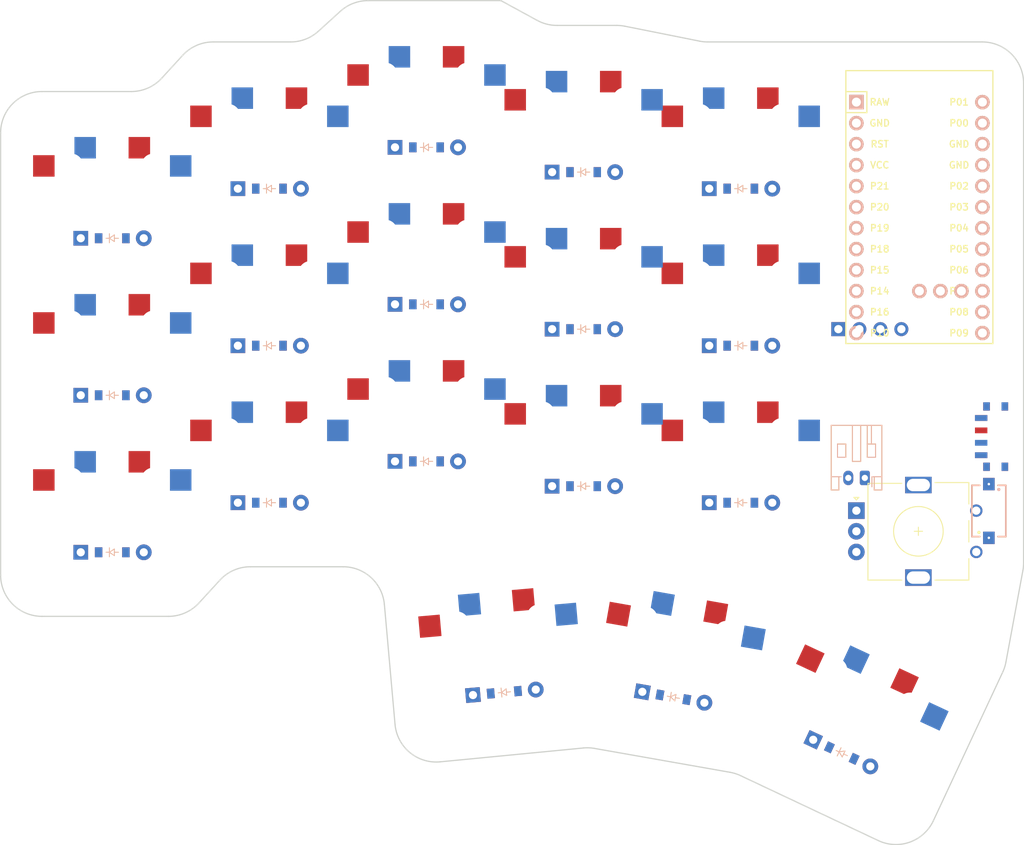
<source format=kicad_pcb>
(kicad_pcb (version 20171130) (host pcbnew 5.1.6)
  (title_block (title main_pcb) (rev v1.0.0) (company Unknown))
  (layers (0 F.Cu signal) (31 B.Cu signal) (34 B.Paste user) (35 F.Paste user) (36 B.SilkS user) (37 F.SilkS user) (38 B.Mask user) (39 F.Mask user) (44 Edge.Cuts user))
  (net 0 "")
  (net 1 "P9")
  (net 2 "pinky_bottom")
  (net 3 "pinky_home")
  (net 4 "pinky_top")
  (net 5 "P8")
  (net 6 "ring_bottom")
  (net 7 "ring_home")
  (net 8 "ring_top")
  (net 9 "P7")
  (net 10 "middle_bottom")
  (net 11 "middle_home")
  (net 12 "middle_top")
  (net 13 "P6")
  (net 14 "index_bottom")
  (net 15 "index_home")
  (net 16 "index_top")
  (net 17 "P5")
  (net 18 "inner_bottom")
  (net 19 "inner_home")
  (net 20 "inner_top")
  (net 21 "mod_cluster")
  (net 22 "layer_cluster")
  (net 23 "space_cluster")
  (net 24 "P19")
  (net 25 "P20")
  (net 26 "P21")
  (net 27 "P18")
  (net 28 "RAW")
  (net 29 "GND")
  (net 30 "RST")
  (net 31 "VCC")
  (net 32 "P15")
  (net 33 "P14")
  (net 34 "P16")
  (net 35 "P10")
  (net 36 "P1")
  (net 37 "P0")
  (net 38 "P2")
  (net 39 "P3")
  (net 40 "P4")
  (net 41 "NN_101")
  (net 42 "NN_102")
  (net 43 "NN_107")
  (net 44 "EC_B7")
  (net 45 "EC_D5")
  (net 46 "EC_C7")
  (net 47 "EC_F1")
  (net 48 "EC_F0")
  (net 49 "pos")
  (module PG1350 (layer F.Cu) (at 100 100 0)
    (fp_text reference "S1" hide)
    (fp_text value "" hide)
    (pad "" np_thru_hole circle (at 0 0) (size 3.429 3.429) (drill 3.429) (layers *.Cu *.Mask))
    (pad "" np_thru_hole circle (at 5.5 0) (size 1.7018 1.7018) (drill 1.7018) (layers *.Cu *.Mask))
    (pad "" np_thru_hole circle (at -5.5 0) (size 1.7018 1.7018) (drill 1.7018) (layers *.Cu *.Mask))
    (pad "" np_thru_hole circle (at 5 -3.75) (size 3 3) (drill 3) (layers *.Cu *.Mask))
    (pad "" np_thru_hole circle (at 0 -5.95) (size 3 3) (drill 3) (layers *.Cu *.Mask))
    (pad 1 smd rect (at -3.275 -5.95 0) (size 2.6 2.6) (layers B.Cu B.Paste B.Mask) (net 1 "P9"))
    (pad 2 smd rect (at 8.275 -3.75 0) (size 2.6 2.6) (layers B.Cu B.Paste B.Mask) (net 2 "pinky_bottom"))
    (pad "" np_thru_hole circle (at -5 -3.75) (size 3 3) (drill 3) (layers *.Cu *.Mask))
    (pad "" np_thru_hole circle (at 0 -5.95) (size 3 3) (drill 3) (layers *.Cu *.Mask))
    (pad 1 smd rect (at 3.275 -5.95 0) (size 2.6 2.6) (layers F.Cu F.Paste F.Mask) (net 1 "P9"))
    (pad 2 smd rect (at -8.275 -3.75 0) (size 2.6 2.6) (layers F.Cu F.Paste F.Mask) (net 2 "pinky_bottom"))
  )
  (module PG1350 (layer F.Cu) (at 100 81 0)
    (fp_text reference "S2" hide)
    (fp_text value "" hide)
    (pad "" np_thru_hole circle (at 0 0) (size 3.429 3.429) (drill 3.429) (layers *.Cu *.Mask))
    (pad "" np_thru_hole circle (at 5.5 0) (size 1.7018 1.7018) (drill 1.7018) (layers *.Cu *.Mask))
    (pad "" np_thru_hole circle (at -5.5 0) (size 1.7018 1.7018) (drill 1.7018) (layers *.Cu *.Mask))
    (pad "" np_thru_hole circle (at 5 -3.75) (size 3 3) (drill 3) (layers *.Cu *.Mask))
    (pad "" np_thru_hole circle (at 0 -5.95) (size 3 3) (drill 3) (layers *.Cu *.Mask))
    (pad 1 smd rect (at -3.275 -5.95 0) (size 2.6 2.6) (layers B.Cu B.Paste B.Mask) (net 1 "P9"))
    (pad 2 smd rect (at 8.275 -3.75 0) (size 2.6 2.6) (layers B.Cu B.Paste B.Mask) (net 3 "pinky_home"))
    (pad "" np_thru_hole circle (at -5 -3.75) (size 3 3) (drill 3) (layers *.Cu *.Mask))
    (pad "" np_thru_hole circle (at 0 -5.95) (size 3 3) (drill 3) (layers *.Cu *.Mask))
    (pad 1 smd rect (at 3.275 -5.95 0) (size 2.6 2.6) (layers F.Cu F.Paste F.Mask) (net 1 "P9"))
    (pad 2 smd rect (at -8.275 -3.75 0) (size 2.6 2.6) (layers F.Cu F.Paste F.Mask) (net 3 "pinky_home"))
  )
  (module PG1350 (layer F.Cu) (at 100 62 0)
    (fp_text reference "S3" hide)
    (fp_text value "" hide)
    (pad "" np_thru_hole circle (at 0 0) (size 3.429 3.429) (drill 3.429) (layers *.Cu *.Mask))
    (pad "" np_thru_hole circle (at 5.5 0) (size 1.7018 1.7018) (drill 1.7018) (layers *.Cu *.Mask))
    (pad "" np_thru_hole circle (at -5.5 0) (size 1.7018 1.7018) (drill 1.7018) (layers *.Cu *.Mask))
    (pad "" np_thru_hole circle (at 5 -3.75) (size 3 3) (drill 3) (layers *.Cu *.Mask))
    (pad "" np_thru_hole circle (at 0 -5.95) (size 3 3) (drill 3) (layers *.Cu *.Mask))
    (pad 1 smd rect (at -3.275 -5.95 0) (size 2.6 2.6) (layers B.Cu B.Paste B.Mask) (net 1 "P9"))
    (pad 2 smd rect (at 8.275 -3.75 0) (size 2.6 2.6) (layers B.Cu B.Paste B.Mask) (net 4 "pinky_top"))
    (pad "" np_thru_hole circle (at -5 -3.75) (size 3 3) (drill 3) (layers *.Cu *.Mask))
    (pad "" np_thru_hole circle (at 0 -5.95) (size 3 3) (drill 3) (layers *.Cu *.Mask))
    (pad 1 smd rect (at 3.275 -5.95 0) (size 2.6 2.6) (layers F.Cu F.Paste F.Mask) (net 1 "P9"))
    (pad 2 smd rect (at -8.275 -3.75 0) (size 2.6 2.6) (layers F.Cu F.Paste F.Mask) (net 4 "pinky_top"))
  )
  (module PG1350 (layer F.Cu) (at 119 94 0)
    (fp_text reference "S4" hide)
    (fp_text value "" hide)
    (pad "" np_thru_hole circle (at 0 0) (size 3.429 3.429) (drill 3.429) (layers *.Cu *.Mask))
    (pad "" np_thru_hole circle (at 5.5 0) (size 1.7018 1.7018) (drill 1.7018) (layers *.Cu *.Mask))
    (pad "" np_thru_hole circle (at -5.5 0) (size 1.7018 1.7018) (drill 1.7018) (layers *.Cu *.Mask))
    (pad "" np_thru_hole circle (at 5 -3.75) (size 3 3) (drill 3) (layers *.Cu *.Mask))
    (pad "" np_thru_hole circle (at 0 -5.95) (size 3 3) (drill 3) (layers *.Cu *.Mask))
    (pad 1 smd rect (at -3.275 -5.95 0) (size 2.6 2.6) (layers B.Cu B.Paste B.Mask) (net 5 "P8"))
    (pad 2 smd rect (at 8.275 -3.75 0) (size 2.6 2.6) (layers B.Cu B.Paste B.Mask) (net 6 "ring_bottom"))
    (pad "" np_thru_hole circle (at -5 -3.75) (size 3 3) (drill 3) (layers *.Cu *.Mask))
    (pad "" np_thru_hole circle (at 0 -5.95) (size 3 3) (drill 3) (layers *.Cu *.Mask))
    (pad 1 smd rect (at 3.275 -5.95 0) (size 2.6 2.6) (layers F.Cu F.Paste F.Mask) (net 5 "P8"))
    (pad 2 smd rect (at -8.275 -3.75 0) (size 2.6 2.6) (layers F.Cu F.Paste F.Mask) (net 6 "ring_bottom"))
  )
  (module PG1350 (layer F.Cu) (at 119 75 0)
    (fp_text reference "S5" hide)
    (fp_text value "" hide)
    (pad "" np_thru_hole circle (at 0 0) (size 3.429 3.429) (drill 3.429) (layers *.Cu *.Mask))
    (pad "" np_thru_hole circle (at 5.5 0) (size 1.7018 1.7018) (drill 1.7018) (layers *.Cu *.Mask))
    (pad "" np_thru_hole circle (at -5.5 0) (size 1.7018 1.7018) (drill 1.7018) (layers *.Cu *.Mask))
    (pad "" np_thru_hole circle (at 5 -3.75) (size 3 3) (drill 3) (layers *.Cu *.Mask))
    (pad "" np_thru_hole circle (at 0 -5.95) (size 3 3) (drill 3) (layers *.Cu *.Mask))
    (pad 1 smd rect (at -3.275 -5.95 0) (size 2.6 2.6) (layers B.Cu B.Paste B.Mask) (net 5 "P8"))
    (pad 2 smd rect (at 8.275 -3.75 0) (size 2.6 2.6) (layers B.Cu B.Paste B.Mask) (net 7 "ring_home"))
    (pad "" np_thru_hole circle (at -5 -3.75) (size 3 3) (drill 3) (layers *.Cu *.Mask))
    (pad "" np_thru_hole circle (at 0 -5.95) (size 3 3) (drill 3) (layers *.Cu *.Mask))
    (pad 1 smd rect (at 3.275 -5.95 0) (size 2.6 2.6) (layers F.Cu F.Paste F.Mask) (net 5 "P8"))
    (pad 2 smd rect (at -8.275 -3.75 0) (size 2.6 2.6) (layers F.Cu F.Paste F.Mask) (net 7 "ring_home"))
  )
  (module PG1350 (layer F.Cu) (at 119 56 0)
    (fp_text reference "S6" hide)
    (fp_text value "" hide)
    (pad "" np_thru_hole circle (at 0 0) (size 3.429 3.429) (drill 3.429) (layers *.Cu *.Mask))
    (pad "" np_thru_hole circle (at 5.5 0) (size 1.7018 1.7018) (drill 1.7018) (layers *.Cu *.Mask))
    (pad "" np_thru_hole circle (at -5.5 0) (size 1.7018 1.7018) (drill 1.7018) (layers *.Cu *.Mask))
    (pad "" np_thru_hole circle (at 5 -3.75) (size 3 3) (drill 3) (layers *.Cu *.Mask))
    (pad "" np_thru_hole circle (at 0 -5.95) (size 3 3) (drill 3) (layers *.Cu *.Mask))
    (pad 1 smd rect (at -3.275 -5.95 0) (size 2.6 2.6) (layers B.Cu B.Paste B.Mask) (net 5 "P8"))
    (pad 2 smd rect (at 8.275 -3.75 0) (size 2.6 2.6) (layers B.Cu B.Paste B.Mask) (net 8 "ring_top"))
    (pad "" np_thru_hole circle (at -5 -3.75) (size 3 3) (drill 3) (layers *.Cu *.Mask))
    (pad "" np_thru_hole circle (at 0 -5.95) (size 3 3) (drill 3) (layers *.Cu *.Mask))
    (pad 1 smd rect (at 3.275 -5.95 0) (size 2.6 2.6) (layers F.Cu F.Paste F.Mask) (net 5 "P8"))
    (pad 2 smd rect (at -8.275 -3.75 0) (size 2.6 2.6) (layers F.Cu F.Paste F.Mask) (net 8 "ring_top"))
  )
  (module PG1350 (layer F.Cu) (at 138 89 0)
    (fp_text reference "S7" hide)
    (fp_text value "" hide)
    (pad "" np_thru_hole circle (at 0 0) (size 3.429 3.429) (drill 3.429) (layers *.Cu *.Mask))
    (pad "" np_thru_hole circle (at 5.5 0) (size 1.7018 1.7018) (drill 1.7018) (layers *.Cu *.Mask))
    (pad "" np_thru_hole circle (at -5.5 0) (size 1.7018 1.7018) (drill 1.7018) (layers *.Cu *.Mask))
    (pad "" np_thru_hole circle (at 5 -3.75) (size 3 3) (drill 3) (layers *.Cu *.Mask))
    (pad "" np_thru_hole circle (at 0 -5.95) (size 3 3) (drill 3) (layers *.Cu *.Mask))
    (pad 1 smd rect (at -3.275 -5.95 0) (size 2.6 2.6) (layers B.Cu B.Paste B.Mask) (net 9 "P7"))
    (pad 2 smd rect (at 8.275 -3.75 0) (size 2.6 2.6) (layers B.Cu B.Paste B.Mask) (net 10 "middle_bottom"))
    (pad "" np_thru_hole circle (at -5 -3.75) (size 3 3) (drill 3) (layers *.Cu *.Mask))
    (pad "" np_thru_hole circle (at 0 -5.95) (size 3 3) (drill 3) (layers *.Cu *.Mask))
    (pad 1 smd rect (at 3.275 -5.95 0) (size 2.6 2.6) (layers F.Cu F.Paste F.Mask) (net 9 "P7"))
    (pad 2 smd rect (at -8.275 -3.75 0) (size 2.6 2.6) (layers F.Cu F.Paste F.Mask) (net 10 "middle_bottom"))
  )
  (module PG1350 (layer F.Cu) (at 138 70 0)
    (fp_text reference "S8" hide)
    (fp_text value "" hide)
    (pad "" np_thru_hole circle (at 0 0) (size 3.429 3.429) (drill 3.429) (layers *.Cu *.Mask))
    (pad "" np_thru_hole circle (at 5.5 0) (size 1.7018 1.7018) (drill 1.7018) (layers *.Cu *.Mask))
    (pad "" np_thru_hole circle (at -5.5 0) (size 1.7018 1.7018) (drill 1.7018) (layers *.Cu *.Mask))
    (pad "" np_thru_hole circle (at 5 -3.75) (size 3 3) (drill 3) (layers *.Cu *.Mask))
    (pad "" np_thru_hole circle (at 0 -5.95) (size 3 3) (drill 3) (layers *.Cu *.Mask))
    (pad 1 smd rect (at -3.275 -5.95 0) (size 2.6 2.6) (layers B.Cu B.Paste B.Mask) (net 9 "P7"))
    (pad 2 smd rect (at 8.275 -3.75 0) (size 2.6 2.6) (layers B.Cu B.Paste B.Mask) (net 11 "middle_home"))
    (pad "" np_thru_hole circle (at -5 -3.75) (size 3 3) (drill 3) (layers *.Cu *.Mask))
    (pad "" np_thru_hole circle (at 0 -5.95) (size 3 3) (drill 3) (layers *.Cu *.Mask))
    (pad 1 smd rect (at 3.275 -5.95 0) (size 2.6 2.6) (layers F.Cu F.Paste F.Mask) (net 9 "P7"))
    (pad 2 smd rect (at -8.275 -3.75 0) (size 2.6 2.6) (layers F.Cu F.Paste F.Mask) (net 11 "middle_home"))
  )
  (module PG1350 (layer F.Cu) (at 138 51 0)
    (fp_text reference "S9" hide)
    (fp_text value "" hide)
    (pad "" np_thru_hole circle (at 0 0) (size 3.429 3.429) (drill 3.429) (layers *.Cu *.Mask))
    (pad "" np_thru_hole circle (at 5.5 0) (size 1.7018 1.7018) (drill 1.7018) (layers *.Cu *.Mask))
    (pad "" np_thru_hole circle (at -5.5 0) (size 1.7018 1.7018) (drill 1.7018) (layers *.Cu *.Mask))
    (pad "" np_thru_hole circle (at 5 -3.75) (size 3 3) (drill 3) (layers *.Cu *.Mask))
    (pad "" np_thru_hole circle (at 0 -5.95) (size 3 3) (drill 3) (layers *.Cu *.Mask))
    (pad 1 smd rect (at -3.275 -5.95 0) (size 2.6 2.6) (layers B.Cu B.Paste B.Mask) (net 9 "P7"))
    (pad 2 smd rect (at 8.275 -3.75 0) (size 2.6 2.6) (layers B.Cu B.Paste B.Mask) (net 12 "middle_top"))
    (pad "" np_thru_hole circle (at -5 -3.75) (size 3 3) (drill 3) (layers *.Cu *.Mask))
    (pad "" np_thru_hole circle (at 0 -5.95) (size 3 3) (drill 3) (layers *.Cu *.Mask))
    (pad 1 smd rect (at 3.275 -5.95 0) (size 2.6 2.6) (layers F.Cu F.Paste F.Mask) (net 9 "P7"))
    (pad 2 smd rect (at -8.275 -3.75 0) (size 2.6 2.6) (layers F.Cu F.Paste F.Mask) (net 12 "middle_top"))
  )
  (module PG1350 (layer F.Cu) (at 157 92 0)
    (fp_text reference "S10" hide)
    (fp_text value "" hide)
    (pad "" np_thru_hole circle (at 0 0) (size 3.429 3.429) (drill 3.429) (layers *.Cu *.Mask))
    (pad "" np_thru_hole circle (at 5.5 0) (size 1.7018 1.7018) (drill 1.7018) (layers *.Cu *.Mask))
    (pad "" np_thru_hole circle (at -5.5 0) (size 1.7018 1.7018) (drill 1.7018) (layers *.Cu *.Mask))
    (pad "" np_thru_hole circle (at 5 -3.75) (size 3 3) (drill 3) (layers *.Cu *.Mask))
    (pad "" np_thru_hole circle (at 0 -5.95) (size 3 3) (drill 3) (layers *.Cu *.Mask))
    (pad 1 smd rect (at -3.275 -5.95 0) (size 2.6 2.6) (layers B.Cu B.Paste B.Mask) (net 13 "P6"))
    (pad 2 smd rect (at 8.275 -3.75 0) (size 2.6 2.6) (layers B.Cu B.Paste B.Mask) (net 14 "index_bottom"))
    (pad "" np_thru_hole circle (at -5 -3.75) (size 3 3) (drill 3) (layers *.Cu *.Mask))
    (pad "" np_thru_hole circle (at 0 -5.95) (size 3 3) (drill 3) (layers *.Cu *.Mask))
    (pad 1 smd rect (at 3.275 -5.95 0) (size 2.6 2.6) (layers F.Cu F.Paste F.Mask) (net 13 "P6"))
    (pad 2 smd rect (at -8.275 -3.75 0) (size 2.6 2.6) (layers F.Cu F.Paste F.Mask) (net 14 "index_bottom"))
  )
  (module PG1350 (layer F.Cu) (at 157 73 0)
    (fp_text reference "S11" hide)
    (fp_text value "" hide)
    (pad "" np_thru_hole circle (at 0 0) (size 3.429 3.429) (drill 3.429) (layers *.Cu *.Mask))
    (pad "" np_thru_hole circle (at 5.5 0) (size 1.7018 1.7018) (drill 1.7018) (layers *.Cu *.Mask))
    (pad "" np_thru_hole circle (at -5.5 0) (size 1.7018 1.7018) (drill 1.7018) (layers *.Cu *.Mask))
    (pad "" np_thru_hole circle (at 5 -3.75) (size 3 3) (drill 3) (layers *.Cu *.Mask))
    (pad "" np_thru_hole circle (at 0 -5.95) (size 3 3) (drill 3) (layers *.Cu *.Mask))
    (pad 1 smd rect (at -3.275 -5.95 0) (size 2.6 2.6) (layers B.Cu B.Paste B.Mask) (net 13 "P6"))
    (pad 2 smd rect (at 8.275 -3.75 0) (size 2.6 2.6) (layers B.Cu B.Paste B.Mask) (net 15 "index_home"))
    (pad "" np_thru_hole circle (at -5 -3.75) (size 3 3) (drill 3) (layers *.Cu *.Mask))
    (pad "" np_thru_hole circle (at 0 -5.95) (size 3 3) (drill 3) (layers *.Cu *.Mask))
    (pad 1 smd rect (at 3.275 -5.95 0) (size 2.6 2.6) (layers F.Cu F.Paste F.Mask) (net 13 "P6"))
    (pad 2 smd rect (at -8.275 -3.75 0) (size 2.6 2.6) (layers F.Cu F.Paste F.Mask) (net 15 "index_home"))
  )
  (module PG1350 (layer F.Cu) (at 157 54 0)
    (fp_text reference "S12" hide)
    (fp_text value "" hide)
    (pad "" np_thru_hole circle (at 0 0) (size 3.429 3.429) (drill 3.429) (layers *.Cu *.Mask))
    (pad "" np_thru_hole circle (at 5.5 0) (size 1.7018 1.7018) (drill 1.7018) (layers *.Cu *.Mask))
    (pad "" np_thru_hole circle (at -5.5 0) (size 1.7018 1.7018) (drill 1.7018) (layers *.Cu *.Mask))
    (pad "" np_thru_hole circle (at 5 -3.75) (size 3 3) (drill 3) (layers *.Cu *.Mask))
    (pad "" np_thru_hole circle (at 0 -5.95) (size 3 3) (drill 3) (layers *.Cu *.Mask))
    (pad 1 smd rect (at -3.275 -5.95 0) (size 2.6 2.6) (layers B.Cu B.Paste B.Mask) (net 13 "P6"))
    (pad 2 smd rect (at 8.275 -3.75 0) (size 2.6 2.6) (layers B.Cu B.Paste B.Mask) (net 16 "index_top"))
    (pad "" np_thru_hole circle (at -5 -3.75) (size 3 3) (drill 3) (layers *.Cu *.Mask))
    (pad "" np_thru_hole circle (at 0 -5.95) (size 3 3) (drill 3) (layers *.Cu *.Mask))
    (pad 1 smd rect (at 3.275 -5.95 0) (size 2.6 2.6) (layers F.Cu F.Paste F.Mask) (net 13 "P6"))
    (pad 2 smd rect (at -8.275 -3.75 0) (size 2.6 2.6) (layers F.Cu F.Paste F.Mask) (net 16 "index_top"))
  )
  (module PG1350 (layer F.Cu) (at 176 94 0)
    (fp_text reference "S13" hide)
    (fp_text value "" hide)
    (pad "" np_thru_hole circle (at 0 0) (size 3.429 3.429) (drill 3.429) (layers *.Cu *.Mask))
    (pad "" np_thru_hole circle (at 5.5 0) (size 1.7018 1.7018) (drill 1.7018) (layers *.Cu *.Mask))
    (pad "" np_thru_hole circle (at -5.5 0) (size 1.7018 1.7018) (drill 1.7018) (layers *.Cu *.Mask))
    (pad "" np_thru_hole circle (at 5 -3.75) (size 3 3) (drill 3) (layers *.Cu *.Mask))
    (pad "" np_thru_hole circle (at 0 -5.95) (size 3 3) (drill 3) (layers *.Cu *.Mask))
    (pad 1 smd rect (at -3.275 -5.95 0) (size 2.6 2.6) (layers B.Cu B.Paste B.Mask) (net 17 "P5"))
    (pad 2 smd rect (at 8.275 -3.75 0) (size 2.6 2.6) (layers B.Cu B.Paste B.Mask) (net 18 "inner_bottom"))
    (pad "" np_thru_hole circle (at -5 -3.75) (size 3 3) (drill 3) (layers *.Cu *.Mask))
    (pad "" np_thru_hole circle (at 0 -5.95) (size 3 3) (drill 3) (layers *.Cu *.Mask))
    (pad 1 smd rect (at 3.275 -5.95 0) (size 2.6 2.6) (layers F.Cu F.Paste F.Mask) (net 17 "P5"))
    (pad 2 smd rect (at -8.275 -3.75 0) (size 2.6 2.6) (layers F.Cu F.Paste F.Mask) (net 18 "inner_bottom"))
  )
  (module PG1350 (layer F.Cu) (at 176 75 0)
    (fp_text reference "S14" hide)
    (fp_text value "" hide)
    (pad "" np_thru_hole circle (at 0 0) (size 3.429 3.429) (drill 3.429) (layers *.Cu *.Mask))
    (pad "" np_thru_hole circle (at 5.5 0) (size 1.7018 1.7018) (drill 1.7018) (layers *.Cu *.Mask))
    (pad "" np_thru_hole circle (at -5.5 0) (size 1.7018 1.7018) (drill 1.7018) (layers *.Cu *.Mask))
    (pad "" np_thru_hole circle (at 5 -3.75) (size 3 3) (drill 3) (layers *.Cu *.Mask))
    (pad "" np_thru_hole circle (at 0 -5.95) (size 3 3) (drill 3) (layers *.Cu *.Mask))
    (pad 1 smd rect (at -3.275 -5.95 0) (size 2.6 2.6) (layers B.Cu B.Paste B.Mask) (net 17 "P5"))
    (pad 2 smd rect (at 8.275 -3.75 0) (size 2.6 2.6) (layers B.Cu B.Paste B.Mask) (net 19 "inner_home"))
    (pad "" np_thru_hole circle (at -5 -3.75) (size 3 3) (drill 3) (layers *.Cu *.Mask))
    (pad "" np_thru_hole circle (at 0 -5.95) (size 3 3) (drill 3) (layers *.Cu *.Mask))
    (pad 1 smd rect (at 3.275 -5.95 0) (size 2.6 2.6) (layers F.Cu F.Paste F.Mask) (net 17 "P5"))
    (pad 2 smd rect (at -8.275 -3.75 0) (size 2.6 2.6) (layers F.Cu F.Paste F.Mask) (net 19 "inner_home"))
  )
  (module PG1350 (layer F.Cu) (at 176 56 0)
    (fp_text reference "S15" hide)
    (fp_text value "" hide)
    (pad "" np_thru_hole circle (at 0 0) (size 3.429 3.429) (drill 3.429) (layers *.Cu *.Mask))
    (pad "" np_thru_hole circle (at 5.5 0) (size 1.7018 1.7018) (drill 1.7018) (layers *.Cu *.Mask))
    (pad "" np_thru_hole circle (at -5.5 0) (size 1.7018 1.7018) (drill 1.7018) (layers *.Cu *.Mask))
    (pad "" np_thru_hole circle (at 5 -3.75) (size 3 3) (drill 3) (layers *.Cu *.Mask))
    (pad "" np_thru_hole circle (at 0 -5.95) (size 3 3) (drill 3) (layers *.Cu *.Mask))
    (pad 1 smd rect (at -3.275 -5.95 0) (size 2.6 2.6) (layers B.Cu B.Paste B.Mask) (net 17 "P5"))
    (pad 2 smd rect (at 8.275 -3.75 0) (size 2.6 2.6) (layers B.Cu B.Paste B.Mask) (net 20 "inner_top"))
    (pad "" np_thru_hole circle (at -5 -3.75) (size 3 3) (drill 3) (layers *.Cu *.Mask))
    (pad "" np_thru_hole circle (at 0 -5.95) (size 3 3) (drill 3) (layers *.Cu *.Mask))
    (pad 1 smd rect (at 3.275 -5.95 0) (size 2.6 2.6) (layers F.Cu F.Paste F.Mask) (net 17 "P5"))
    (pad 2 smd rect (at -8.275 -3.75 0) (size 2.6 2.6) (layers F.Cu F.Paste F.Mask) (net 20 "inner_top"))
  )
  (module PG1350 (layer F.Cu) (at 146.97775289999998 116.9597035 5)
    (fp_text reference "S16" hide)
    (fp_text value "" hide)
    (pad "" np_thru_hole circle (at 0 0) (size 3.429 3.429) (drill 3.429) (layers *.Cu *.Mask))
    (pad "" np_thru_hole circle (at 5.5 0) (size 1.7018 1.7018) (drill 1.7018) (layers *.Cu *.Mask))
    (pad "" np_thru_hole circle (at -5.5 0) (size 1.7018 1.7018) (drill 1.7018) (layers *.Cu *.Mask))
    (pad "" np_thru_hole circle (at 5 -3.75) (size 3 3) (drill 3) (layers *.Cu *.Mask))
    (pad "" np_thru_hole circle (at 0 -5.95) (size 3 3) (drill 3) (layers *.Cu *.Mask))
    (pad 1 smd rect (at -3.275 -5.95 5) (size 2.6 2.6) (layers B.Cu B.Paste B.Mask) (net 9 "P7"))
    (pad 2 smd rect (at 8.275 -3.75 5) (size 2.6 2.6) (layers B.Cu B.Paste B.Mask) (net 21 "mod_cluster"))
    (pad "" np_thru_hole circle (at -5 -3.75) (size 3 3) (drill 3) (layers *.Cu *.Mask))
    (pad "" np_thru_hole circle (at 0 -5.95) (size 3 3) (drill 3) (layers *.Cu *.Mask))
    (pad 1 smd rect (at 3.275 -5.95 5) (size 2.6 2.6) (layers F.Cu F.Paste F.Mask) (net 9 "P7"))
    (pad 2 smd rect (at -8.275 -3.75 5) (size 2.6 2.6) (layers F.Cu F.Paste F.Mask) (net 21 "mod_cluster"))
  )
  (module PG1350 (layer F.Cu) (at 168.7178055 117.6174359 -10)
    (fp_text reference "S17" hide)
    (fp_text value "" hide)
    (pad "" np_thru_hole circle (at 0 0) (size 3.429 3.429) (drill 3.429) (layers *.Cu *.Mask))
    (pad "" np_thru_hole circle (at 5.5 0) (size 1.7018 1.7018) (drill 1.7018) (layers *.Cu *.Mask))
    (pad "" np_thru_hole circle (at -5.5 0) (size 1.7018 1.7018) (drill 1.7018) (layers *.Cu *.Mask))
    (pad "" np_thru_hole circle (at 5 -3.75) (size 3 3) (drill 3) (layers *.Cu *.Mask))
    (pad "" np_thru_hole circle (at 0 -5.95) (size 3 3) (drill 3) (layers *.Cu *.Mask))
    (pad 1 smd rect (at -3.275 -5.95 -10) (size 2.6 2.6) (layers B.Cu B.Paste B.Mask) (net 13 "P6"))
    (pad 2 smd rect (at 8.275 -3.75 -10) (size 2.6 2.6) (layers B.Cu B.Paste B.Mask) (net 22 "layer_cluster"))
    (pad "" np_thru_hole circle (at -5 -3.75) (size 3 3) (drill 3) (layers *.Cu *.Mask))
    (pad "" np_thru_hole circle (at 0 -5.95) (size 3 3) (drill 3) (layers *.Cu *.Mask))
    (pad 1 smd rect (at 3.275 -5.95 -10) (size 2.6 2.6) (layers F.Cu F.Paste F.Mask) (net 13 "P6"))
    (pad 2 smd rect (at -8.275 -3.75 -10) (size 2.6 2.6) (layers F.Cu F.Paste F.Mask) (net 22 "layer_cluster"))
  )
  (module PG1350 (layer F.Cu) (at 190.3254048 124.7622498 -25)
    (fp_text reference "S18" hide)
    (fp_text value "" hide)
    (pad "" np_thru_hole circle (at 0 0) (size 3.429 3.429) (drill 3.429) (layers *.Cu *.Mask))
    (pad "" np_thru_hole circle (at 5.5 0) (size 1.7018 1.7018) (drill 1.7018) (layers *.Cu *.Mask))
    (pad "" np_thru_hole circle (at -5.5 0) (size 1.7018 1.7018) (drill 1.7018) (layers *.Cu *.Mask))
    (pad "" np_thru_hole circle (at 5 -3.75) (size 3 3) (drill 3) (layers *.Cu *.Mask))
    (pad "" np_thru_hole circle (at 0 -5.95) (size 3 3) (drill 3) (layers *.Cu *.Mask))
    (pad 1 smd rect (at -3.275 -5.95 -25) (size 2.6 2.6) (layers B.Cu B.Paste B.Mask) (net 17 "P5"))
    (pad 2 smd rect (at 8.275 -3.75 -25) (size 2.6 2.6) (layers B.Cu B.Paste B.Mask) (net 23 "space_cluster"))
    (pad "" np_thru_hole circle (at -5 -3.75) (size 3 3) (drill 3) (layers *.Cu *.Mask))
    (pad "" np_thru_hole circle (at 0 -5.95) (size 3 3) (drill 3) (layers *.Cu *.Mask))
    (pad 1 smd rect (at 3.275 -5.95 -25) (size 2.6 2.6) (layers F.Cu F.Paste F.Mask) (net 17 "P5"))
    (pad 2 smd rect (at -8.275 -3.75 -25) (size 2.6 2.6) (layers F.Cu F.Paste F.Mask) (net 23 "space_cluster"))
  )
  (module ComboDiode (layer F.Cu) (at 100 105 0)
    (fp_text reference "D1" hide)
    (fp_text value "" hide)
    (pad 1 smd rect (at -1.65 0 0) (size 0.9 1.2) (layers F.Cu F.Paste F.Mask) (net 24 "P19"))
    (pad 2 smd rect (at 1.65 0 0) (size 0.9 1.2) (layers B.Cu B.Paste B.Mask) (net 2 "pinky_bottom"))
    (pad 1 smd rect (at -1.65 0 0) (size 0.9 1.2) (layers B.Cu B.Paste B.Mask) (net 24 "P19"))
    (pad 2 smd rect (at 1.65 0 0) (size 0.9 1.2) (layers F.Cu F.Paste F.Mask) (net 2 "pinky_bottom"))
    (pad 1 thru_hole rect (at -3.81 0 0) (size 1.778 1.778) (drill 0.9906) (layers *.Cu *.Mask) (net 24 "P19"))
    (pad 2 thru_hole circle (at 3.81 0 0) (size 1.905 1.905) (drill 0.9906) (layers *.Cu *.Mask) (net 2 "pinky_bottom"))
  )
  (module ComboDiode (layer F.Cu) (at 100 86 0)
    (fp_text reference "D2" hide)
    (fp_text value "" hide)
    (pad 1 smd rect (at -1.65 0 0) (size 0.9 1.2) (layers F.Cu F.Paste F.Mask) (net 25 "P20"))
    (pad 2 smd rect (at 1.65 0 0) (size 0.9 1.2) (layers B.Cu B.Paste B.Mask) (net 3 "pinky_home"))
    (pad 1 smd rect (at -1.65 0 0) (size 0.9 1.2) (layers B.Cu B.Paste B.Mask) (net 25 "P20"))
    (pad 2 smd rect (at 1.65 0 0) (size 0.9 1.2) (layers F.Cu F.Paste F.Mask) (net 3 "pinky_home"))
    (pad 1 thru_hole rect (at -3.81 0 0) (size 1.778 1.778) (drill 0.9906) (layers *.Cu *.Mask) (net 25 "P20"))
    (pad 2 thru_hole circle (at 3.81 0 0) (size 1.905 1.905) (drill 0.9906) (layers *.Cu *.Mask) (net 3 "pinky_home"))
  )
  (module ComboDiode (layer F.Cu) (at 100 67 0)
    (fp_text reference "D3" hide)
    (fp_text value "" hide)
    (pad 1 smd rect (at -1.65 0 0) (size 0.9 1.2) (layers F.Cu F.Paste F.Mask) (net 26 "P21"))
    (pad 2 smd rect (at 1.65 0 0) (size 0.9 1.2) (layers B.Cu B.Paste B.Mask) (net 4 "pinky_top"))
    (pad 1 smd rect (at -1.65 0 0) (size 0.9 1.2) (layers B.Cu B.Paste B.Mask) (net 26 "P21"))
    (pad 2 smd rect (at 1.65 0 0) (size 0.9 1.2) (layers F.Cu F.Paste F.Mask) (net 4 "pinky_top"))
    (pad 1 thru_hole rect (at -3.81 0 0) (size 1.778 1.778) (drill 0.9906) (layers *.Cu *.Mask) (net 26 "P21"))
    (pad 2 thru_hole circle (at 3.81 0 0) (size 1.905 1.905) (drill 0.9906) (layers *.Cu *.Mask) (net 4 "pinky_top"))
  )
  (module ComboDiode (layer F.Cu) (at 119 99 0)
    (fp_text reference "D4" hide)
    (fp_text value "" hide)
    (pad 1 smd rect (at -1.65 0 0) (size 0.9 1.2) (layers F.Cu F.Paste F.Mask) (net 24 "P19"))
    (pad 2 smd rect (at 1.65 0 0) (size 0.9 1.2) (layers B.Cu B.Paste B.Mask) (net 6 "ring_bottom"))
    (pad 1 smd rect (at -1.65 0 0) (size 0.9 1.2) (layers B.Cu B.Paste B.Mask) (net 24 "P19"))
    (pad 2 smd rect (at 1.65 0 0) (size 0.9 1.2) (layers F.Cu F.Paste F.Mask) (net 6 "ring_bottom"))
    (pad 1 thru_hole rect (at -3.81 0 0) (size 1.778 1.778) (drill 0.9906) (layers *.Cu *.Mask) (net 24 "P19"))
    (pad 2 thru_hole circle (at 3.81 0 0) (size 1.905 1.905) (drill 0.9906) (layers *.Cu *.Mask) (net 6 "ring_bottom"))
  )
  (module ComboDiode (layer F.Cu) (at 119 80 0)
    (fp_text reference "D5" hide)
    (fp_text value "" hide)
    (pad 1 smd rect (at -1.65 0 0) (size 0.9 1.2) (layers F.Cu F.Paste F.Mask) (net 25 "P20"))
    (pad 2 smd rect (at 1.65 0 0) (size 0.9 1.2) (layers B.Cu B.Paste B.Mask) (net 7 "ring_home"))
    (pad 1 smd rect (at -1.65 0 0) (size 0.9 1.2) (layers B.Cu B.Paste B.Mask) (net 25 "P20"))
    (pad 2 smd rect (at 1.65 0 0) (size 0.9 1.2) (layers F.Cu F.Paste F.Mask) (net 7 "ring_home"))
    (pad 1 thru_hole rect (at -3.81 0 0) (size 1.778 1.778) (drill 0.9906) (layers *.Cu *.Mask) (net 25 "P20"))
    (pad 2 thru_hole circle (at 3.81 0 0) (size 1.905 1.905) (drill 0.9906) (layers *.Cu *.Mask) (net 7 "ring_home"))
  )
  (module ComboDiode (layer F.Cu) (at 119 61 0)
    (fp_text reference "D6" hide)
    (fp_text value "" hide)
    (pad 1 smd rect (at -1.65 0 0) (size 0.9 1.2) (layers F.Cu F.Paste F.Mask) (net 26 "P21"))
    (pad 2 smd rect (at 1.65 0 0) (size 0.9 1.2) (layers B.Cu B.Paste B.Mask) (net 8 "ring_top"))
    (pad 1 smd rect (at -1.65 0 0) (size 0.9 1.2) (layers B.Cu B.Paste B.Mask) (net 26 "P21"))
    (pad 2 smd rect (at 1.65 0 0) (size 0.9 1.2) (layers F.Cu F.Paste F.Mask) (net 8 "ring_top"))
    (pad 1 thru_hole rect (at -3.81 0 0) (size 1.778 1.778) (drill 0.9906) (layers *.Cu *.Mask) (net 26 "P21"))
    (pad 2 thru_hole circle (at 3.81 0 0) (size 1.905 1.905) (drill 0.9906) (layers *.Cu *.Mask) (net 8 "ring_top"))
  )
  (module ComboDiode (layer F.Cu) (at 138 94 0)
    (fp_text reference "D7" hide)
    (fp_text value "" hide)
    (pad 1 smd rect (at -1.65 0 0) (size 0.9 1.2) (layers F.Cu F.Paste F.Mask) (net 24 "P19"))
    (pad 2 smd rect (at 1.65 0 0) (size 0.9 1.2) (layers B.Cu B.Paste B.Mask) (net 10 "middle_bottom"))
    (pad 1 smd rect (at -1.65 0 0) (size 0.9 1.2) (layers B.Cu B.Paste B.Mask) (net 24 "P19"))
    (pad 2 smd rect (at 1.65 0 0) (size 0.9 1.2) (layers F.Cu F.Paste F.Mask) (net 10 "middle_bottom"))
    (pad 1 thru_hole rect (at -3.81 0 0) (size 1.778 1.778) (drill 0.9906) (layers *.Cu *.Mask) (net 24 "P19"))
    (pad 2 thru_hole circle (at 3.81 0 0) (size 1.905 1.905) (drill 0.9906) (layers *.Cu *.Mask) (net 10 "middle_bottom"))
  )
  (module ComboDiode (layer F.Cu) (at 138 75 0)
    (fp_text reference "D8" hide)
    (fp_text value "" hide)
    (pad 1 smd rect (at -1.65 0 0) (size 0.9 1.2) (layers F.Cu F.Paste F.Mask) (net 25 "P20"))
    (pad 2 smd rect (at 1.65 0 0) (size 0.9 1.2) (layers B.Cu B.Paste B.Mask) (net 11 "middle_home"))
    (pad 1 smd rect (at -1.65 0 0) (size 0.9 1.2) (layers B.Cu B.Paste B.Mask) (net 25 "P20"))
    (pad 2 smd rect (at 1.65 0 0) (size 0.9 1.2) (layers F.Cu F.Paste F.Mask) (net 11 "middle_home"))
    (pad 1 thru_hole rect (at -3.81 0 0) (size 1.778 1.778) (drill 0.9906) (layers *.Cu *.Mask) (net 25 "P20"))
    (pad 2 thru_hole circle (at 3.81 0 0) (size 1.905 1.905) (drill 0.9906) (layers *.Cu *.Mask) (net 11 "middle_home"))
  )
  (module ComboDiode (layer F.Cu) (at 138 56 0)
    (fp_text reference "D9" hide)
    (fp_text value "" hide)
    (pad 1 smd rect (at -1.65 0 0) (size 0.9 1.2) (layers F.Cu F.Paste F.Mask) (net 26 "P21"))
    (pad 2 smd rect (at 1.65 0 0) (size 0.9 1.2) (layers B.Cu B.Paste B.Mask) (net 12 "middle_top"))
    (pad 1 smd rect (at -1.65 0 0) (size 0.9 1.2) (layers B.Cu B.Paste B.Mask) (net 26 "P21"))
    (pad 2 smd rect (at 1.65 0 0) (size 0.9 1.2) (layers F.Cu F.Paste F.Mask) (net 12 "middle_top"))
    (pad 1 thru_hole rect (at -3.81 0 0) (size 1.778 1.778) (drill 0.9906) (layers *.Cu *.Mask) (net 26 "P21"))
    (pad 2 thru_hole circle (at 3.81 0 0) (size 1.905 1.905) (drill 0.9906) (layers *.Cu *.Mask) (net 12 "middle_top"))
  )
  (module ComboDiode (layer F.Cu) (at 157 97 0)
    (fp_text reference "D10" hide)
    (fp_text value "" hide)
    (pad 1 smd rect (at -1.65 0 0) (size 0.9 1.2) (layers F.Cu F.Paste F.Mask) (net 24 "P19"))
    (pad 2 smd rect (at 1.65 0 0) (size 0.9 1.2) (layers B.Cu B.Paste B.Mask) (net 14 "index_bottom"))
    (pad 1 smd rect (at -1.65 0 0) (size 0.9 1.2) (layers B.Cu B.Paste B.Mask) (net 24 "P19"))
    (pad 2 smd rect (at 1.65 0 0) (size 0.9 1.2) (layers F.Cu F.Paste F.Mask) (net 14 "index_bottom"))
    (pad 1 thru_hole rect (at -3.81 0 0) (size 1.778 1.778) (drill 0.9906) (layers *.Cu *.Mask) (net 24 "P19"))
    (pad 2 thru_hole circle (at 3.81 0 0) (size 1.905 1.905) (drill 0.9906) (layers *.Cu *.Mask) (net 14 "index_bottom"))
  )
  (module ComboDiode (layer F.Cu) (at 157 78 0)
    (fp_text reference "D11" hide)
    (fp_text value "" hide)
    (pad 1 smd rect (at -1.65 0 0) (size 0.9 1.2) (layers F.Cu F.Paste F.Mask) (net 25 "P20"))
    (pad 2 smd rect (at 1.65 0 0) (size 0.9 1.2) (layers B.Cu B.Paste B.Mask) (net 15 "index_home"))
    (pad 1 smd rect (at -1.65 0 0) (size 0.9 1.2) (layers B.Cu B.Paste B.Mask) (net 25 "P20"))
    (pad 2 smd rect (at 1.65 0 0) (size 0.9 1.2) (layers F.Cu F.Paste F.Mask) (net 15 "index_home"))
    (pad 1 thru_hole rect (at -3.81 0 0) (size 1.778 1.778) (drill 0.9906) (layers *.Cu *.Mask) (net 25 "P20"))
    (pad 2 thru_hole circle (at 3.81 0 0) (size 1.905 1.905) (drill 0.9906) (layers *.Cu *.Mask) (net 15 "index_home"))
  )
  (module ComboDiode (layer F.Cu) (at 157 59 0)
    (fp_text reference "D12" hide)
    (fp_text value "" hide)
    (pad 1 smd rect (at -1.65 0 0) (size 0.9 1.2) (layers F.Cu F.Paste F.Mask) (net 26 "P21"))
    (pad 2 smd rect (at 1.65 0 0) (size 0.9 1.2) (layers B.Cu B.Paste B.Mask) (net 16 "index_top"))
    (pad 1 smd rect (at -1.65 0 0) (size 0.9 1.2) (layers B.Cu B.Paste B.Mask) (net 26 "P21"))
    (pad 2 smd rect (at 1.65 0 0) (size 0.9 1.2) (layers F.Cu F.Paste F.Mask) (net 16 "index_top"))
    (pad 1 thru_hole rect (at -3.81 0 0) (size 1.778 1.778) (drill 0.9906) (layers *.Cu *.Mask) (net 26 "P21"))
    (pad 2 thru_hole circle (at 3.81 0 0) (size 1.905 1.905) (drill 0.9906) (layers *.Cu *.Mask) (net 16 "index_top"))
  )
  (module ComboDiode (layer F.Cu) (at 176 99 0)
    (fp_text reference "D13" hide)
    (fp_text value "" hide)
    (pad 1 smd rect (at -1.65 0 0) (size 0.9 1.2) (layers F.Cu F.Paste F.Mask) (net 24 "P19"))
    (pad 2 smd rect (at 1.65 0 0) (size 0.9 1.2) (layers B.Cu B.Paste B.Mask) (net 18 "inner_bottom"))
    (pad 1 smd rect (at -1.65 0 0) (size 0.9 1.2) (layers B.Cu B.Paste B.Mask) (net 24 "P19"))
    (pad 2 smd rect (at 1.65 0 0) (size 0.9 1.2) (layers F.Cu F.Paste F.Mask) (net 18 "inner_bottom"))
    (pad 1 thru_hole rect (at -3.81 0 0) (size 1.778 1.778) (drill 0.9906) (layers *.Cu *.Mask) (net 24 "P19"))
    (pad 2 thru_hole circle (at 3.81 0 0) (size 1.905 1.905) (drill 0.9906) (layers *.Cu *.Mask) (net 18 "inner_bottom"))
  )
  (module ComboDiode (layer F.Cu) (at 176 80 0)
    (fp_text reference "D14" hide)
    (fp_text value "" hide)
    (pad 1 smd rect (at -1.65 0 0) (size 0.9 1.2) (layers F.Cu F.Paste F.Mask) (net 25 "P20"))
    (pad 2 smd rect (at 1.65 0 0) (size 0.9 1.2) (layers B.Cu B.Paste B.Mask) (net 19 "inner_home"))
    (pad 1 smd rect (at -1.65 0 0) (size 0.9 1.2) (layers B.Cu B.Paste B.Mask) (net 25 "P20"))
    (pad 2 smd rect (at 1.65 0 0) (size 0.9 1.2) (layers F.Cu F.Paste F.Mask) (net 19 "inner_home"))
    (pad 1 thru_hole rect (at -3.81 0 0) (size 1.778 1.778) (drill 0.9906) (layers *.Cu *.Mask) (net 25 "P20"))
    (pad 2 thru_hole circle (at 3.81 0 0) (size 1.905 1.905) (drill 0.9906) (layers *.Cu *.Mask) (net 19 "inner_home"))
  )
  (module ComboDiode (layer F.Cu) (at 176 61 0)
    (fp_text reference "D15" hide)
    (fp_text value "" hide)
    (pad 1 smd rect (at -1.65 0 0) (size 0.9 1.2) (layers F.Cu F.Paste F.Mask) (net 26 "P21"))
    (pad 2 smd rect (at 1.65 0 0) (size 0.9 1.2) (layers B.Cu B.Paste B.Mask) (net 20 "inner_top"))
    (pad 1 smd rect (at -1.65 0 0) (size 0.9 1.2) (layers B.Cu B.Paste B.Mask) (net 26 "P21"))
    (pad 2 smd rect (at 1.65 0 0) (size 0.9 1.2) (layers F.Cu F.Paste F.Mask) (net 20 "inner_top"))
    (pad 1 thru_hole rect (at -3.81 0 0) (size 1.778 1.778) (drill 0.9906) (layers *.Cu *.Mask) (net 26 "P21"))
    (pad 2 thru_hole circle (at 3.81 0 0) (size 1.905 1.905) (drill 0.9906) (layers *.Cu *.Mask) (net 20 "inner_top"))
  )
  (module ComboDiode (layer F.Cu) (at 147.41353159999997 121.94067700000001 5)
    (fp_text reference "D16" hide)
    (fp_text value "" hide)
    (pad 1 smd rect (at -1.65 0 5) (size 0.9 1.2) (layers F.Cu F.Paste F.Mask) (net 27 "P18"))
    (pad 2 smd rect (at 1.65 0 5) (size 0.9 1.2) (layers B.Cu B.Paste B.Mask) (net 21 "mod_cluster"))
    (pad 1 smd rect (at -1.65 0 5) (size 0.9 1.2) (layers B.Cu B.Paste B.Mask) (net 27 "P18"))
    (pad 2 smd rect (at 1.65 0 5) (size 0.9 1.2) (layers F.Cu F.Paste F.Mask) (net 21 "mod_cluster"))
    (pad 1 thru_hole rect (at -3.81 0 5) (size 1.778 1.778) (drill 0.9906) (layers *.Cu *.Mask) (net 27 "P18"))
    (pad 2 thru_hole circle (at 3.81 0 5) (size 1.905 1.905) (drill 0.9906) (layers *.Cu *.Mask) (net 21 "mod_cluster"))
  )
  (module ComboDiode (layer F.Cu) (at 167.8495646 122.54147470000001 -10)
    (fp_text reference "D17" hide)
    (fp_text value "" hide)
    (pad 1 smd rect (at -1.65 0 -10) (size 0.9 1.2) (layers F.Cu F.Paste F.Mask) (net 27 "P18"))
    (pad 2 smd rect (at 1.65 0 -10) (size 0.9 1.2) (layers B.Cu B.Paste B.Mask) (net 22 "layer_cluster"))
    (pad 1 smd rect (at -1.65 0 -10) (size 0.9 1.2) (layers B.Cu B.Paste B.Mask) (net 27 "P18"))
    (pad 2 smd rect (at 1.65 0 -10) (size 0.9 1.2) (layers F.Cu F.Paste F.Mask) (net 22 "layer_cluster"))
    (pad 1 thru_hole rect (at -3.81 0 -10) (size 1.778 1.778) (drill 0.9906) (layers *.Cu *.Mask) (net 27 "P18"))
    (pad 2 thru_hole circle (at 3.81 0 -10) (size 1.905 1.905) (drill 0.9906) (layers *.Cu *.Mask) (net 22 "layer_cluster"))
  )
  (module ComboDiode (layer F.Cu) (at 188.2123135 129.2937887 -25)
    (fp_text reference "D18" hide)
    (fp_text value "" hide)
    (pad 1 smd rect (at -1.65 0 -25) (size 0.9 1.2) (layers F.Cu F.Paste F.Mask) (net 27 "P18"))
    (pad 2 smd rect (at 1.65 0 -25) (size 0.9 1.2) (layers B.Cu B.Paste B.Mask) (net 23 "space_cluster"))
    (pad 1 smd rect (at -1.65 0 -25) (size 0.9 1.2) (layers B.Cu B.Paste B.Mask) (net 27 "P18"))
    (pad 2 smd rect (at 1.65 0 -25) (size 0.9 1.2) (layers F.Cu F.Paste F.Mask) (net 23 "space_cluster"))
    (pad 1 thru_hole rect (at -3.81 0 -25) (size 1.778 1.778) (drill 0.9906) (layers *.Cu *.Mask) (net 27 "P18"))
    (pad 2 thru_hole circle (at 3.81 0 -25) (size 1.905 1.905) (drill 0.9906) (layers *.Cu *.Mask) (net 23 "space_cluster"))
  )
  (module ProMicro (layer F.Cu) (at 197.6 64.5 -90)
    (fp_text reference "MCU1" hide)
    (fp_text value "" hide)
    (fp_text user RAW (at -13.97 4.8 0) (layer F.SilkS) (effects (font (size 0.8 0.8))))
    (fp_text user GND (at -11.43 4.8 0) (layer F.SilkS) (effects (font (size 0.8 0.8))))
    (fp_text user RST (at -8.89 4.8 0) (layer F.SilkS) (effects (font (size 0.8 0.8))))
    (fp_text user VCC (at -6.35 4.8 0) (layer F.SilkS) (effects (font (size 0.8 0.8))))
    (fp_text user P21 (at -3.81 4.8 0) (layer F.SilkS) (effects (font (size 0.8 0.8))))
    (fp_text user P20 (at -1.27 4.8 0) (layer F.SilkS) (effects (font (size 0.8 0.8))))
    (fp_text user P19 (at 1.27 4.8 0) (layer F.SilkS) (effects (font (size 0.8 0.8))))
    (fp_text user P18 (at 3.81 4.8 0) (layer F.SilkS) (effects (font (size 0.8 0.8))))
    (fp_text user P15 (at 6.35 4.8 0) (layer F.SilkS) (effects (font (size 0.8 0.8))))
    (fp_text user P14 (at 8.89 4.8 0) (layer F.SilkS) (effects (font (size 0.8 0.8))))
    (fp_text user P16 (at 11.43 4.8 0) (layer F.SilkS) (effects (font (size 0.8 0.8))))
    (fp_text user P10 (at 13.97 4.8 0) (layer F.SilkS) (effects (font (size 0.8 0.8))))
    (fp_text user P01 (at -13.97 -4.8 0) (layer F.SilkS) (effects (font (size 0.8 0.8))))
    (fp_text user P00 (at -11.43 -4.8 0) (layer F.SilkS) (effects (font (size 0.8 0.8))))
    (fp_text user GND (at -8.89 -4.8 0) (layer F.SilkS) (effects (font (size 0.8 0.8))))
    (fp_text user GND (at -6.35 -4.8 0) (layer F.SilkS) (effects (font (size 0.8 0.8))))
    (fp_text user P02 (at -3.81 -4.8 0) (layer F.SilkS) (effects (font (size 0.8 0.8))))
    (fp_text user P03 (at -1.27 -4.8 0) (layer F.SilkS) (effects (font (size 0.8 0.8))))
    (fp_text user P04 (at 1.27 -4.8 0) (layer F.SilkS) (effects (font (size 0.8 0.8))))
    (fp_text user P05 (at 3.81 -4.8 0) (layer F.SilkS) (effects (font (size 0.8 0.8))))
    (fp_text user P06 (at 6.35 -4.8 0) (layer F.SilkS) (effects (font (size 0.8 0.8))))
    (fp_text user P07 (at 8.89 -4.8 0) (layer F.SilkS) (effects (font (size 0.8 0.8))))
    (fp_text user P08 (at 11.43 -4.8 0) (layer F.SilkS) (effects (font (size 0.8 0.8))))
    (fp_text user P09 (at 13.97 -4.8 0) (layer F.SilkS) (effects (font (size 0.8 0.8))))
    (pad 1 thru_hole rect (at -13.97 7.62 -90) (size 1.7526 1.7526) (drill 1.0922) (layers *.Cu *.SilkS *.Mask) (net 28 "RAW"))
    (pad 2 thru_hole circle (at -11.43 7.62 0) (size 1.7526 1.7526) (drill 1.0922) (layers *.Cu *.SilkS *.Mask) (net 29 "GND"))
    (pad 3 thru_hole circle (at -8.89 7.62 0) (size 1.7526 1.7526) (drill 1.0922) (layers *.Cu *.SilkS *.Mask) (net 30 "RST"))
    (pad 4 thru_hole circle (at -6.35 7.62 0) (size 1.7526 1.7526) (drill 1.0922) (layers *.Cu *.SilkS *.Mask) (net 31 "VCC"))
    (pad 5 thru_hole circle (at -3.81 7.62 0) (size 1.7526 1.7526) (drill 1.0922) (layers *.Cu *.SilkS *.Mask) (net 26 "P21"))
    (pad 6 thru_hole circle (at -1.27 7.62 0) (size 1.7526 1.7526) (drill 1.0922) (layers *.Cu *.SilkS *.Mask) (net 25 "P20"))
    (pad 7 thru_hole circle (at 1.27 7.62 0) (size 1.7526 1.7526) (drill 1.0922) (layers *.Cu *.SilkS *.Mask) (net 24 "P19"))
    (pad 8 thru_hole circle (at 3.81 7.62 0) (size 1.7526 1.7526) (drill 1.0922) (layers *.Cu *.SilkS *.Mask) (net 27 "P18"))
    (pad 9 thru_hole circle (at 6.35 7.62 0) (size 1.7526 1.7526) (drill 1.0922) (layers *.Cu *.SilkS *.Mask) (net 32 "P15"))
    (pad 10 thru_hole circle (at 8.89 7.62 0) (size 1.7526 1.7526) (drill 1.0922) (layers *.Cu *.SilkS *.Mask) (net 33 "P14"))
    (pad 11 thru_hole circle (at 11.43 7.62 0) (size 1.7526 1.7526) (drill 1.0922) (layers *.Cu *.SilkS *.Mask) (net 34 "P16"))
    (pad 12 thru_hole circle (at 13.97 7.62 0) (size 1.7526 1.7526) (drill 1.0922) (layers *.Cu *.SilkS *.Mask) (net 35 "P10"))
    (pad 13 thru_hole circle (at -13.97 -7.62 0) (size 1.7526 1.7526) (drill 1.0922) (layers *.Cu *.SilkS *.Mask) (net 36 "P1"))
    (pad 14 thru_hole circle (at -11.43 -7.62 0) (size 1.7526 1.7526) (drill 1.0922) (layers *.Cu *.SilkS *.Mask) (net 37 "P0"))
    (pad 15 thru_hole circle (at -8.89 -7.62 0) (size 1.7526 1.7526) (drill 1.0922) (layers *.Cu *.SilkS *.Mask) (net 29 "GND"))
    (pad 16 thru_hole circle (at -6.35 -7.62 0) (size 1.7526 1.7526) (drill 1.0922) (layers *.Cu *.SilkS *.Mask) (net 29 "GND"))
    (pad 17 thru_hole circle (at -3.81 -7.62 0) (size 1.7526 1.7526) (drill 1.0922) (layers *.Cu *.SilkS *.Mask) (net 38 "P2"))
    (pad 18 thru_hole circle (at -1.27 -7.62 0) (size 1.7526 1.7526) (drill 1.0922) (layers *.Cu *.SilkS *.Mask) (net 39 "P3"))
    (pad 19 thru_hole circle (at 1.27 -7.62 0) (size 1.7526 1.7526) (drill 1.0922) (layers *.Cu *.SilkS *.Mask) (net 40 "P4"))
    (pad 20 thru_hole circle (at 3.81 -7.62 0) (size 1.7526 1.7526) (drill 1.0922) (layers *.Cu *.SilkS *.Mask) (net 17 "P5"))
    (pad 21 thru_hole circle (at 6.35 -7.62 0) (size 1.7526 1.7526) (drill 1.0922) (layers *.Cu *.SilkS *.Mask) (net 13 "P6"))
    (pad 22 thru_hole circle (at 8.89 -7.62 0) (size 1.7526 1.7526) (drill 1.0922) (layers *.Cu *.SilkS *.Mask) (net 9 "P7"))
    (pad 23 thru_hole circle (at 11.43 -7.62 0) (size 1.7526 1.7526) (drill 1.0922) (layers *.Cu *.SilkS *.Mask) (net 5 "P8"))
    (pad 24 thru_hole circle (at 13.97 -7.62 0) (size 1.7526 1.7526) (drill 1.0922) (layers *.Cu *.SilkS *.Mask) (net 1 "P9"))
    (pad 25 thru_hole circle (at 8.89 -5.08 0) (size 1.7526 1.7526) (drill 1.0922) (layers *.Cu *.SilkS *.Mask) (net 41 "NN_101"))
    (pad 26 thru_hole circle (at 8.89 -2.54 0) (size 1.7526 1.7526) (drill 1.0922) (layers *.Cu *.SilkS *.Mask) (net 42 "NN_102"))
    (pad 27 thru_hole circle (at 8.89 0 0) (size 1.7526 1.7526) (drill 1.0922) (layers *.Cu *.SilkS *.Mask) (net 43 "NN_107"))
  )
  (module rotary_encoder (layer F.Cu) (at 197.6 102.5 0)
    (fp_text reference "ROT1" hide)
    (fp_text value "")
    (pad A thru_hole rect (at -7.62 -2.54 0) (size 2 2) (drill 1) (layers *.Cu *.Mask) (net 32 "P15"))
    (pad C thru_hole circle (at -7.62 -0.04) (size 2 2) (drill 1) (layers *.Cu *.Mask) (net 29 "GND"))
    (pad B thru_hole circle (at -7.62 2.46) (size 2 2) (drill 1) (layers *.Cu *.Mask) (net 33 "P14"))
    (pad 1 thru_hole circle (at 6.88 -2.54) (size 1.5 1.5) (drill 1) (layers *.Cu *.Mask) (net 34 "P16"))
    (pad 2 thru_hole circle (at 6.88 2.46) (size 1.5 1.5) (drill 1) (layers *.Cu *.Mask) (net 29 "GND"))
    (pad "" thru_hole rect (at -0.12 -5.64 0) (size 3.2 2) (drill oval 2.8 1.5) (layers *.Cu *.Mask))
    (pad "" thru_hole rect (at -0.12 5.56 0) (size 3.2 2) (drill oval 2.8 1.5) (layers *.Cu *.Mask))
  )
  (module lib:OLED_headers (layer F.Cu) (at 197.6 76.4 -90)
    (fp_text reference "OLED1" hide)
    (fp_text value OLED)
    (pad 4 thru_hole oval (at 1.6 2.18 180) (size 1.7 1.7) (drill 1) (layers *.Cu *.Mask) (net 38 "P2"))
    (pad 3 thru_hole oval (at 1.6 4.72 180) (size 1.7 1.7) (drill 1) (layers *.Cu *.Mask) (net 39 "P3"))
    (pad 2 thru_hole oval (at 1.6 7.26 180) (size 1.7 1.7) (drill 1) (layers *.Cu *.Mask) (net 31 "VCC"))
    (pad 1 thru_hole rect (at 1.6 9.8 180) (size 1.7 1.7) (drill 1) (layers *.Cu *.Mask) (net 29 "GND"))
  )
  (footprint "Connector_JST:JST_PH_S2B-PH-K_1x02_P2.00mm_Horizontal" (at 191 96 180)
    (fp_text reference "_1" hide)
    (fp_text value "" hide)
    (pad "1" thru_hole roundrect (at 0 0 180) (size 1.2 1.75) (drill 0.75) (layers "*.Cu" "*.Mask") (roundrect_rratio 0.208333) (net 49 "pos"))
    (pad "2" thru_hole oval (at 2 0 180) (size 1.2 1.75) (drill 0.75) (layers "*.Cu" "*.Mask") (net 29 "GND"))
  )
  (module Button_Switch_SMD:SW_SPDT_PCM12 (layer F.Cu) (at 206.5 91 90)
    (fp_text reference "T1" hide)
    (fp_text value "" hide)
    (pad "" np_thru_hole circle (at -1.5 0.33 90) (size 0.9 0.9) (drill 0.9) (layers *.Cu *.Mask))
    (pad "" np_thru_hole circle (at 1.5 0.33 90) (size 0.9 0.9) (drill 0.9) (layers *.Cu *.Mask))
    (pad 1 smd rect (at -2.25 -1.43 90) (size 0.7 1.5) (layers F.Cu F.Paste F.Mask) (net 49 "pos"))
    (pad 2 smd rect (at 0.75 -1.43 90) (size 0.7 1.5) (layers F.Cu F.Paste F.Mask) (net 28 "RAW"))
    (pad "" smd rect (at 2.25 -1.43 90) (size 0.7 1.5) (layers F.Cu F.Paste F.Mask))
    (pad "" smd rect (at -3.65 1.43 90) (size 1 0.8) (layers F.Cu F.Paste F.Mask))
    (pad "" smd rect (at 3.65 1.43 90) (size 1 0.8) (layers F.Cu F.Paste F.Mask))
    (pad "" smd rect (at 3.65 -0.78 90) (size 1 0.8) (layers F.Cu F.Paste F.Mask))
    (pad "" smd rect (at -3.65 -0.78 90) (size 1 0.8) (layers F.Cu F.Paste F.Mask))
    (pad "" np_thru_hole circle (at -1.5 0.33 90) (size 0.9 0.9) (drill 0.9) (layers *.Cu *.Mask))
    (pad "" np_thru_hole circle (at 1.5 0.33 90) (size 0.9 0.9) (drill 0.9) (layers *.Cu *.Mask))
    (pad 1 smd rect (at 2.25 -1.43 90) (size 0.7 1.5) (layers B.Cu B.Paste B.Mask) (net 49 "pos"))
    (pad 2 smd rect (at -0.75 -1.43 90) (size 0.7 1.5) (layers B.Cu B.Paste B.Mask) (net 28 "RAW"))
    (pad "" smd rect (at -2.25 -1.43 90) (size 0.7 1.5) (layers B.Cu B.Paste B.Mask))
    (pad "" smd rect (at 3.65 1.43 90) (size 1 0.8) (layers B.Cu B.Paste B.Mask))
    (pad "" smd rect (at -3.65 1.43 90) (size 1 0.8) (layers B.Cu B.Paste B.Mask))
    (pad "" smd rect (at -3.65 -0.78 90) (size 1 0.8) (layers B.Cu B.Paste B.Mask))
    (pad "" smd rect (at 3.65 -0.78 90) (size 1 0.8) (layers B.Cu B.Paste B.Mask))
  )
  (footprint 434121025816 (layer F.Cu) (at 206 100 90)
    (fp_text reference "S19" hide)
    (fp_text value "" hide)
    (pad 1 thru_hole rect (at -3.25 0.0 90) (size 1.5 1.4) (drill 0.3) (layers *.Cu *.Mask) (net 30 "RST"))
    (pad 2 thru_hole rect (at 3.25 0.0 90) (size 1.5 1.4) (drill 0.3) (layers *.Cu *.Mask) (net 29 "GND"))
  )
  (gr_line (start 175.97265858372683 132.02225587118434) (end 192.62990177055056 139.88022538187005) (angle 90) (layer Edge.Cuts) (width 0.15))
  (gr_line (start 199.29470701642907 137.47124051002714) (end 207.67986169666068 119.4892182876813) (angle 90) (layer Edge.Cuts) (width 0.15))
  (gr_line (start 208.06481945209225 118.28610537960049) (end 210.1164965966877 107.2011581285758) (angle 90) (layer Edge.Cuts) (width 0.15))
  (gr_line (start 210.2 106.29117961068027) (end 210.2 48.25) (angle 90) (layer Edge.Cuts) (width 0.15))
  (gr_line (start 205.2 43.25) (end 171.99509769999997 43.25) (angle 90) (layer Edge.Cuts) (width 0.15))
  (gr_line (start 171.01451721153836 43.15290344230767) (end 161.9854827884616 41.34709655769232) (angle 90) (layer Edge.Cuts) (width 0.15))
  (gr_line (start 161.0049023 41.25) (end 153.77497018333332 41.25) (angle 90) (layer Edge.Cuts) (width 0.15))
  (gr_line (start 151.38070967951163 40.639478007006346) (end 147 38.25) (angle 90) (layer Edge.Cuts) (width 0.15))
  (gr_line (start 147 38.25) (end 130.93303443999997 38.25) (angle 90) (layer Edge.Cuts) (width 0.15))
  (gr_line (start 127.56967048977376 39.55029955475112) (end 124.93032951022627 41.94970044524885) (angle 90) (layer Edge.Cuts) (width 0.15))
  (gr_line (start 121.56696556 43.25) (end 112.19950854166667 43.25) (angle 90) (layer Edge.Cuts) (width 0.15))
  (gr_line (start 108.51373788317613 44.87137685471696) (end 105.98626211682387 47.62862314528306) (angle 90) (layer Edge.Cuts) (width 0.15))
  (gr_line (start 102.30049145833333 49.25) (end 91.5 49.25) (angle 90) (layer Edge.Cuts) (width 0.15))
  (gr_line (start 86.5 54.25) (end 86.5 107.75) (angle 90) (layer Edge.Cuts) (width 0.15))
  (gr_line (start 91.5 112.75) (end 106.80049145833333 112.75) (angle 90) (layer Edge.Cuts) (width 0.15))
  (gr_line (start 110.48626211682388 111.12862314528304) (end 113.01373788317609 108.37137685471698) (angle 90) (layer Edge.Cuts) (width 0.15))
  (gr_line (start 116.69950854166667 106.75) (end 127.9245832579573 106.75) (angle 90) (layer Edge.Cuts) (width 0.15))
  (gr_line (start 132.90496067637278 111.30746050724929) (end 134.19431247700192 125.81793091625536) (angle 90) (layer Edge.Cuts) (width 0.15))
  (gr_line (start 139.65653939356002 130.35211940432018) (end 156.96188380399536 128.67660724349068) (angle 90) (layer Edge.Cuts) (width 0.15))
  (gr_line (start 158.3119742649206 128.72929643537668) (end 174.70763314188713 131.62029338007406) (angle 90) (layer Edge.Cuts) (width 0.15))
  (gr_arc (start 194.76316817517286 135.3581490840506) (end 192.62990177517287 139.88022538405062) (angle -90.25535420133087) (layer Edge.Cuts) (width 0.15))
  (gr_arc (start 203.1483228554045 117.37612686170479) (end 207.6798617554045 119.48921826170479) (angle -14.513976083630837) (layer Edge.Cuts) (width 0.15))
  (gr_arc (start 205.2 106.29117961068027) (end 210.11649659999998 107.20115811068027) (angle -10.48602558918327) (layer Edge.Cuts) (width 0.15))
  (gr_arc (start 205.2 48.25) (end 210.2 48.25) (angle -90) (layer Edge.Cuts) (width 0.15))
  (gr_arc (start 171.99509769999997 38.25) (end 171.01451719999997 43.1529034) (angle -11.309930226695712) (layer Edge.Cuts) (width 0.15))
  (gr_arc (start 161.0049023 46.25) (end 161.9854828 41.3470966) (angle -11.309930226695712) (layer Edge.Cuts) (width 0.15))
  (gr_arc (start 153.77497018333332 36.25) (end 151.38070968333332 40.639478) (angle -28.61045737961527) (layer Edge.Cuts) (width 0.15))
  (gr_arc (start 130.93303443999997 43.25) (end 130.93303443999997 38.25) (angle -42.27368823526717) (layer Edge.Cuts) (width 0.15))
  (gr_arc (start 121.56696556 38.25) (end 121.56696556 43.25) (angle -42.273688235267855) (layer Edge.Cuts) (width 0.15))
  (gr_arc (start 112.19950854166667 48.25) (end 112.19950854166667 43.25) (angle -47.48955257003357) (layer Edge.Cuts) (width 0.15))
  (gr_arc (start 102.30049145833333 44.25) (end 102.30049145833333 49.25) (angle -47.48955257003348) (layer Edge.Cuts) (width 0.15))
  (gr_arc (start 91.5 54.25) (end 91.5 49.25) (angle -90) (layer Edge.Cuts) (width 0.15))
  (gr_arc (start 91.5 107.75) (end 86.5 107.75) (angle -90) (layer Edge.Cuts) (width 0.15))
  (gr_arc (start 106.80049145833333 107.75) (end 106.80049145833333 112.75) (angle -47.48955257003371) (layer Edge.Cuts) (width 0.15))
  (gr_arc (start 116.69950854166667 111.75) (end 116.69950854166667 106.75) (angle -47.489552570034135) (layer Edge.Cuts) (width 0.15))
  (gr_arc (start 127.9245832579573 111.75) (end 132.9049606579573 111.3074605) (angle -84.92222664776223) (layer Edge.Cuts) (width 0.15))
  (gr_arc (start 139.1746898954174 125.37539142350465) (end 134.1943124954174 125.81793092350465) (angle -90.45239769231063) (layer Edge.Cuts) (width 0.15))
  (gr_arc (start 157.44373330213799 133.6533352243064) (end 158.311974302138 128.7292964243064) (angle -15.5301718372029) (layer Edge.Cuts) (width 0.15))
  (gr_arc (start 173.83939217910452 136.5443321690038) (end 175.97265857910452 132.0222558690038) (angle -15.25535508149234) (layer Edge.Cuts) (width 0.15))
)
</source>
